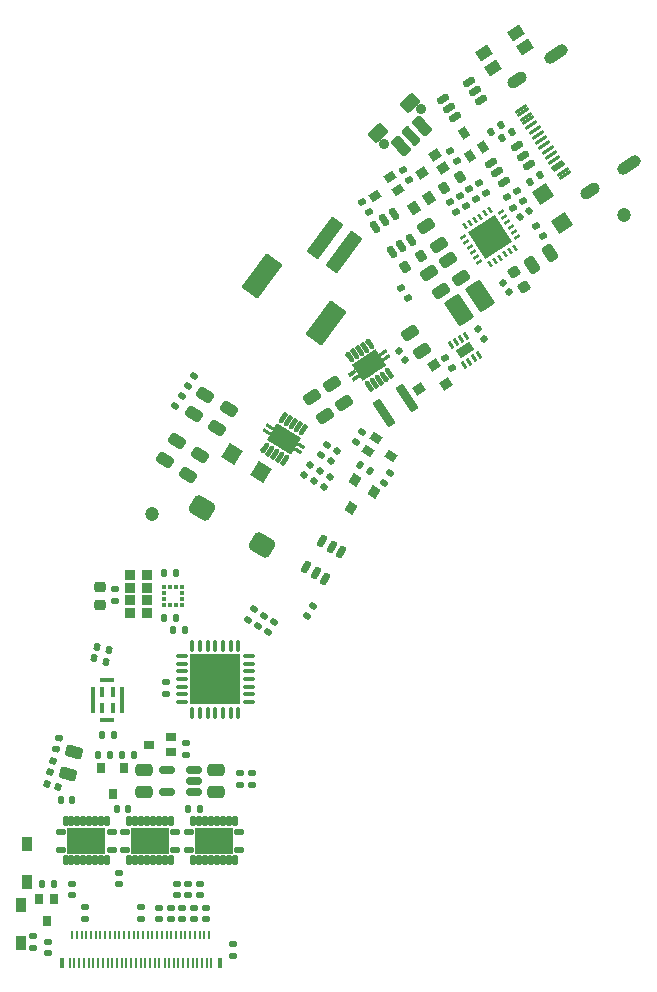
<source format=gbr>
%TF.GenerationSoftware,KiCad,Pcbnew,8.0.4*%
%TF.CreationDate,2024-09-02T19:36:39+02:00*%
%TF.ProjectId,Zoka-MainBoard,5a6f6b61-2d4d-4616-996e-426f6172642e,rev?*%
%TF.SameCoordinates,Original*%
%TF.FileFunction,Soldermask,Top*%
%TF.FilePolarity,Negative*%
%FSLAX46Y46*%
G04 Gerber Fmt 4.6, Leading zero omitted, Abs format (unit mm)*
G04 Created by KiCad (PCBNEW 8.0.4) date 2024-09-02 19:36:39*
%MOMM*%
%LPD*%
G01*
G04 APERTURE LIST*
G04 Aperture macros list*
%AMRoundRect*
0 Rectangle with rounded corners*
0 $1 Rounding radius*
0 $2 $3 $4 $5 $6 $7 $8 $9 X,Y pos of 4 corners*
0 Add a 4 corners polygon primitive as box body*
4,1,4,$2,$3,$4,$5,$6,$7,$8,$9,$2,$3,0*
0 Add four circle primitives for the rounded corners*
1,1,$1+$1,$2,$3*
1,1,$1+$1,$4,$5*
1,1,$1+$1,$6,$7*
1,1,$1+$1,$8,$9*
0 Add four rect primitives between the rounded corners*
20,1,$1+$1,$2,$3,$4,$5,0*
20,1,$1+$1,$4,$5,$6,$7,0*
20,1,$1+$1,$6,$7,$8,$9,0*
20,1,$1+$1,$8,$9,$2,$3,0*%
%AMHorizOval*
0 Thick line with rounded ends*
0 $1 width*
0 $2 $3 position (X,Y) of the first rounded end (center of the circle)*
0 $4 $5 position (X,Y) of the second rounded end (center of the circle)*
0 Add line between two ends*
20,1,$1,$2,$3,$4,$5,0*
0 Add two circle primitives to create the rounded ends*
1,1,$1,$2,$3*
1,1,$1,$4,$5*%
%AMRotRect*
0 Rectangle, with rotation*
0 The origin of the aperture is its center*
0 $1 length*
0 $2 width*
0 $3 Rotation angle, in degrees counterclockwise*
0 Add horizontal line*
21,1,$1,$2,0,0,$3*%
G04 Aperture macros list end*
%ADD10RoundRect,0.200000X-0.015587X-0.339679X0.318352X-0.119487X0.015587X0.339679X-0.318352X0.119487X0*%
%ADD11RoundRect,0.135000X-0.135000X-0.185000X0.135000X-0.185000X0.135000X0.185000X-0.135000X0.185000X0*%
%ADD12RoundRect,0.102000X-0.068383X1.284494X-1.153685X0.568869X0.068383X-1.284494X1.153685X-0.568869X0*%
%ADD13RoundRect,0.250000X-0.273574X0.461825X-0.535567X0.035962X0.273574X-0.461825X0.535567X-0.035962X0*%
%ADD14RoundRect,0.135000X-0.228762X0.010866X-0.080132X-0.214543X0.228762X-0.010866X0.080132X0.214543X0*%
%ADD15RoundRect,0.102000X-0.350000X-0.362500X0.350000X-0.362500X0.350000X0.362500X-0.350000X0.362500X0*%
%ADD16RoundRect,0.150000X-0.345419X0.251367X0.094965X-0.416511X0.345419X-0.251367X-0.094965X0.416511X0*%
%ADD17RotRect,0.700000X0.900000X33.400000*%
%ADD18RoundRect,0.135000X0.135000X0.185000X-0.135000X0.185000X-0.135000X-0.185000X0.135000X-0.185000X0*%
%ADD19RoundRect,0.102000X0.350009X-0.499994X0.349991X0.500006X-0.350009X0.499994X-0.349991X-0.500006X0*%
%ADD20RoundRect,0.250000X0.475000X-0.250000X0.475000X0.250000X-0.475000X0.250000X-0.475000X-0.250000X0*%
%ADD21RoundRect,0.250000X0.273574X-0.461825X0.535567X-0.035962X-0.273574X0.461825X-0.535567X0.035962X0*%
%ADD22RoundRect,0.150000X0.251367X0.345419X-0.416511X-0.094965X-0.251367X-0.345419X0.416511X0.094965X0*%
%ADD23RoundRect,0.140000X0.140000X0.170000X-0.140000X0.170000X-0.140000X-0.170000X0.140000X-0.170000X0*%
%ADD24RoundRect,0.250000X0.534173X0.052766X0.258933X0.470190X-0.534173X-0.052766X-0.258933X-0.470190X0*%
%ADD25RoundRect,0.140000X0.170000X-0.140000X0.170000X0.140000X-0.170000X0.140000X-0.170000X-0.140000X0*%
%ADD26RoundRect,0.135000X0.010866X0.228762X-0.214543X0.080132X-0.010866X-0.228762X0.214543X-0.080132X0*%
%ADD27RoundRect,0.135000X0.178282X0.143756X-0.082518X0.213637X-0.178282X-0.143756X0.082518X-0.213637X0*%
%ADD28RoundRect,0.135000X0.185000X-0.135000X0.185000X0.135000X-0.185000X0.135000X-0.185000X-0.135000X0*%
%ADD29RoundRect,0.050000X-0.050000X-0.385000X0.050000X-0.385000X0.050000X0.385000X-0.050000X0.385000X0*%
%ADD30RoundRect,0.050000X-0.050000X-0.275000X0.050000X-0.275000X0.050000X0.275000X-0.050000X0.275000X0*%
%ADD31RoundRect,0.100000X-0.100000X-0.350000X0.100000X-0.350000X0.100000X0.350000X-0.100000X0.350000X0*%
%ADD32RoundRect,0.135000X0.086831X-0.211921X0.228308X0.018046X-0.086831X0.211921X-0.228308X-0.018046X0*%
%ADD33RoundRect,0.075000X-0.075000X0.437500X-0.075000X-0.437500X0.075000X-0.437500X0.075000X0.437500X0*%
%ADD34RoundRect,0.075000X-0.437500X0.075000X-0.437500X-0.075000X0.437500X-0.075000X0.437500X0.075000X0*%
%ADD35R,4.250000X4.250000*%
%ADD36RoundRect,0.140000X-0.170000X0.140000X-0.170000X-0.140000X0.170000X-0.140000X0.170000X0.140000X0*%
%ADD37RoundRect,0.140000X0.218991X-0.023297X0.064857X0.210460X-0.218991X0.023297X-0.064857X-0.210460X0*%
%ADD38RoundRect,0.135000X0.228762X-0.010866X0.080132X0.214543X-0.228762X0.010866X-0.080132X-0.214543X0*%
%ADD39RoundRect,0.060000X0.158986X0.176701X-0.225044X-0.076520X-0.158986X-0.176701X0.225044X0.076520X0*%
%ADD40RoundRect,0.060000X-0.076520X0.225044X-0.176701X0.158986X0.076520X-0.225044X0.176701X-0.158986X0*%
%ADD41RotRect,2.700000X2.700000X213.400000*%
%ADD42RoundRect,0.135000X-0.086831X0.211921X-0.228308X-0.018046X0.086831X-0.211921X0.228308X0.018046X0*%
%ADD43RoundRect,0.102000X0.350000X-0.500000X0.350000X0.500000X-0.350000X0.500000X-0.350000X-0.500000X0*%
%ADD44R,0.700000X0.900000*%
%ADD45RoundRect,0.102000X1.444802X1.106818X0.641985X1.703043X-1.444802X-1.106818X-0.641985X-1.703043X0*%
%ADD46RoundRect,0.102000X1.615695X0.917621X0.411469X1.811958X-1.615695X-0.917621X-0.411469X-1.811958X0*%
%ADD47RotRect,0.850000X1.000000X213.400000*%
%ADD48RotRect,0.700000X0.900000X123.400000*%
%ADD49RoundRect,0.022200X0.379800X0.199800X-0.379800X0.199800X-0.379800X-0.199800X0.379800X-0.199800X0*%
%ADD50RoundRect,0.022200X0.199800X-0.379800X0.199800X0.379800X-0.199800X0.379800X-0.199800X-0.379800X0*%
%ADD51RoundRect,0.102000X1.525000X-1.025000X1.525000X1.025000X-1.525000X1.025000X-1.525000X-1.025000X0*%
%ADD52RoundRect,0.135000X0.143756X-0.178282X0.213637X0.082518X-0.143756X0.178282X-0.213637X-0.082518X0*%
%ADD53C,1.200000*%
%ADD54RoundRect,0.225000X-0.332570X0.050221X-0.084854X-0.325461X0.332570X-0.050221X0.084854X0.325461X0*%
%ADD55RoundRect,0.140000X-0.218991X0.023297X-0.064857X-0.210460X0.218991X-0.023297X0.064857X0.210460X0*%
%ADD56RotRect,0.900000X0.800000X213.400000*%
%ADD57RoundRect,0.250000X-0.394110X0.364421X-0.523520X-0.118542X0.394110X-0.364421X0.523520X0.118542X0*%
%ADD58R,0.350000X0.375000*%
%ADD59R,0.375000X0.350000*%
%ADD60R,0.900000X0.700000*%
%ADD61RoundRect,0.140000X0.071436X-0.208319X0.218152X0.030164X-0.071436X0.208319X-0.218152X-0.030164X0*%
%ADD62RoundRect,0.250000X-0.534173X-0.052766X-0.258933X-0.470190X0.534173X0.052766X0.258933X0.470190X0*%
%ADD63RoundRect,0.075000X-0.213996X0.188297X0.088769X-0.270869X0.213996X-0.188297X-0.088769X0.270869X0*%
%ADD64RotRect,0.800000X1.380000X303.400000*%
%ADD65RoundRect,0.140000X-0.023297X-0.218991X0.210460X-0.064857X0.023297X0.218991X-0.210460X0.064857X0*%
%ADD66RoundRect,0.225000X0.250000X-0.225000X0.250000X0.225000X-0.250000X0.225000X-0.250000X-0.225000X0*%
%ADD67RoundRect,0.250000X0.052766X-0.534173X0.470190X-0.258933X-0.052766X0.534173X-0.470190X0.258933X0*%
%ADD68RoundRect,0.150000X-0.081835X-0.419289X0.337353X0.262093X0.081835X0.419289X-0.337353X-0.262093X0*%
%ADD69RoundRect,0.200000X0.015587X0.339679X-0.318352X0.119487X-0.015587X-0.339679X0.318352X-0.119487X0*%
%ADD70RoundRect,0.140000X-0.127973X0.179229X-0.200442X-0.091230X0.127973X-0.179229X0.200442X0.091230X0*%
%ADD71RoundRect,0.070000X-0.045884X0.192600X-0.192600X-0.045884X0.045884X-0.192600X0.192600X0.045884X0*%
%ADD72HorizOval,0.420000X-0.149336X-0.242742X0.149336X0.242742X0*%
%ADD73C,0.600000*%
%ADD74RotRect,0.680000X1.050000X238.400000*%
%ADD75RotRect,0.260000X0.500000X238.400000*%
%ADD76RotRect,0.280000X0.700000X238.400000*%
%ADD77RotRect,1.650000X2.400000X238.400000*%
%ADD78RoundRect,0.140000X-0.071436X0.208319X-0.218152X-0.030164X0.071436X-0.208319X0.218152X0.030164X0*%
%ADD79RotRect,0.900000X0.800000X238.400000*%
%ADD80RoundRect,0.150000X0.512500X0.150000X-0.512500X0.150000X-0.512500X-0.150000X0.512500X-0.150000X0*%
%ADD81RoundRect,0.140000X-0.140000X-0.170000X0.140000X-0.170000X0.140000X0.170000X-0.140000X0.170000X0*%
%ADD82RotRect,1.200000X0.950000X33.400000*%
%ADD83RotRect,1.300000X1.400000X328.400000*%
%ADD84RoundRect,0.070000X0.193946X-0.039811X0.039811X0.193946X-0.193946X0.039811X-0.039811X-0.193946X0*%
%ADD85HorizOval,0.420000X-0.156887X0.237932X0.156887X-0.237932X0*%
%ADD86RotRect,0.680000X1.050000X123.400000*%
%ADD87RotRect,0.260000X0.500000X123.400000*%
%ADD88RotRect,0.280000X0.700000X123.400000*%
%ADD89RotRect,1.650000X2.400000X123.400000*%
%ADD90RotRect,0.300000X1.150000X123.400000*%
%ADD91HorizOval,1.000000X0.333939X0.220192X-0.333939X-0.220192X0*%
%ADD92HorizOval,1.000000X0.500909X0.330288X-0.500909X-0.330288X0*%
%ADD93RoundRect,0.135000X-0.211921X-0.086831X0.018046X-0.228308X0.211921X0.086831X-0.018046X0.228308X0*%
%ADD94RoundRect,0.100000X-0.862636X0.808693X0.403470X-1.111457X0.862636X-0.808693X-0.403470X1.111457X0*%
%ADD95RoundRect,0.425000X-0.267049X0.663276X-0.712437X-0.060692X0.267049X-0.663276X0.712437X0.060692X0*%
%ADD96R,0.400000X0.950000*%
%ADD97R,0.350000X2.300000*%
%ADD98R,1.300000X0.350000*%
%ADD99RoundRect,0.140000X-0.179229X-0.127973X0.091230X-0.200442X0.179229X0.127973X-0.091230X0.200442X0*%
%ADD100R,0.800000X0.900000*%
%ADD101C,0.900000*%
%ADD102RoundRect,0.102000X-0.242850X0.802589X-0.787781X0.287273X0.242850X-0.802589X0.787781X-0.287273X0*%
%ADD103RoundRect,0.102000X-0.297343X0.751057X-0.733288X0.338805X0.297343X-0.751057X0.733288X-0.338805X0*%
%ADD104RoundRect,0.102000X0.163084X0.773565X-0.781463X-0.119648X-0.163084X-0.773565X0.781463X0.119648X0*%
%ADD105RotRect,0.700000X0.900000X238.400000*%
%ADD106RotRect,1.300000X1.400000X123.400000*%
G04 APERTURE END LIST*
D10*
%TO.C,R309*%
X182576670Y-47419278D03*
X183954168Y-46510984D03*
%TD*%
D11*
%TO.C,R307*%
X155302992Y-95443456D03*
X156322992Y-95443456D03*
%TD*%
D12*
%TO.C,L302*%
X185624344Y-56605765D03*
X183854466Y-57772785D03*
%TD*%
D13*
%TO.C,C320*%
X159970496Y-68868126D03*
X158974922Y-70486408D03*
%TD*%
D14*
%TO.C,R315*%
X178948600Y-55925986D03*
X179510090Y-56777530D03*
%TD*%
D15*
%TO.C,U501*%
X156026136Y-80181627D03*
X156026136Y-81256627D03*
X156026136Y-82331627D03*
X156026136Y-83406627D03*
X157426136Y-83406627D03*
X157426136Y-82331627D03*
X157426136Y-81256627D03*
X157426136Y-80181627D03*
%TD*%
D16*
%TO.C,D301*%
X178328799Y-49651266D03*
X177535693Y-50174223D03*
X176742588Y-50697179D03*
X178173837Y-52867784D03*
X178966943Y-52344827D03*
X179760048Y-51821871D03*
%TD*%
D17*
%TO.C,Q305*%
X184816285Y-44684815D03*
X185901587Y-43969190D03*
X184313022Y-42740792D03*
%TD*%
D18*
%TO.C,R506*%
X149522984Y-106368457D03*
X148502984Y-106368457D03*
%TD*%
%TO.C,R206*%
X159888530Y-83803822D03*
X158868530Y-83803822D03*
%TD*%
D11*
%TO.C,R205*%
X159668530Y-84861956D03*
X160688530Y-84861956D03*
%TD*%
D19*
%TO.C,LED502*%
X147288015Y-106168458D03*
X147287959Y-102968458D03*
%TD*%
D20*
%TO.C,C301*%
X163300490Y-98593455D03*
X163300490Y-96693455D03*
%TD*%
D21*
%TO.C,C321*%
X161385255Y-66568470D03*
X162380829Y-64950188D03*
%TD*%
D22*
%TO.C,D501*%
X185709400Y-40004109D03*
X185186443Y-39211003D03*
X184663487Y-38417898D03*
X182492882Y-39849147D03*
X183015839Y-40642253D03*
X183538795Y-41435358D03*
%TD*%
D23*
%TO.C,C402*%
X151106143Y-99251631D03*
X150146143Y-99251631D03*
%TD*%
D20*
%TO.C,C304*%
X157209634Y-98593455D03*
X157209634Y-96693455D03*
%TD*%
D24*
%TO.C,C306*%
X180731982Y-61246748D03*
X179686068Y-59660538D03*
%TD*%
D25*
%TO.C,C407*%
X159437986Y-109303455D03*
X159437986Y-108343455D03*
%TD*%
D26*
%TO.C,R314*%
X187388006Y-42090704D03*
X186536462Y-42652194D03*
%TD*%
D23*
%TO.C,C401*%
X161892985Y-99993457D03*
X160932985Y-99993457D03*
%TD*%
D27*
%TO.C,R503*%
X154193761Y-86558627D03*
X153208517Y-86294631D03*
%TD*%
D28*
%TO.C,R507*%
X147787989Y-111803458D03*
X147787989Y-110783458D03*
%TD*%
D25*
%TO.C,C412*%
X161437985Y-109303455D03*
X161437985Y-108343455D03*
%TD*%
D29*
%TO.C,J401*%
X150890580Y-113046793D03*
D30*
X151090580Y-110636793D03*
D29*
X151290580Y-113046793D03*
D30*
X151490580Y-110636793D03*
D29*
X151690580Y-113046793D03*
D30*
X151890580Y-110636793D03*
D29*
X152090580Y-113046793D03*
D30*
X152290580Y-110636793D03*
D29*
X152490580Y-113046793D03*
D30*
X152690580Y-110636793D03*
D29*
X152890580Y-113046793D03*
D30*
X153090580Y-110636793D03*
D29*
X153290580Y-113046793D03*
D30*
X153490580Y-110636793D03*
D29*
X153690580Y-113046793D03*
D30*
X153890580Y-110636793D03*
D29*
X154090580Y-113046793D03*
D30*
X154290580Y-110636793D03*
D29*
X154490580Y-113046793D03*
D30*
X154690580Y-110636793D03*
D29*
X154890580Y-113046793D03*
D30*
X155090580Y-110636793D03*
D29*
X155290580Y-113046793D03*
D30*
X155490580Y-110636793D03*
D29*
X155690580Y-113046793D03*
D30*
X155890580Y-110636793D03*
D29*
X156090580Y-113046793D03*
D30*
X156290580Y-110636793D03*
D29*
X156490580Y-113046793D03*
D30*
X156690580Y-110636793D03*
D29*
X156890580Y-113046793D03*
D30*
X157090580Y-110636793D03*
D29*
X157290580Y-113046793D03*
D30*
X157490580Y-110636793D03*
D29*
X157690580Y-113046793D03*
D30*
X157890580Y-110636793D03*
D29*
X158100192Y-113041104D03*
D30*
X158290580Y-110636793D03*
D29*
X158490022Y-113041104D03*
D30*
X158690580Y-110636793D03*
D29*
X158915699Y-113045585D03*
D30*
X159090580Y-110636793D03*
D29*
X159290580Y-113046793D03*
D30*
X159490580Y-110636793D03*
D29*
X159690878Y-113041104D03*
D30*
X159890580Y-110636793D03*
D29*
X160090580Y-113046793D03*
D30*
X160290580Y-110636793D03*
D29*
X160483534Y-113046793D03*
D30*
X160690580Y-110636793D03*
D29*
X160890580Y-113046793D03*
D30*
X161090580Y-110636793D03*
D29*
X161287297Y-113042093D03*
D30*
X161490580Y-110636793D03*
D29*
X161690580Y-113046793D03*
D30*
X161890580Y-110636793D03*
D29*
X162090580Y-113046793D03*
D30*
X162290580Y-110636793D03*
D29*
X162490580Y-113046793D03*
D30*
X162690580Y-110636793D03*
D29*
X162890580Y-113046793D03*
D31*
X150205580Y-113046793D03*
X163575580Y-113046793D03*
%TD*%
D32*
%TO.C,R321*%
X160886197Y-64220945D03*
X161420663Y-63352183D03*
%TD*%
D33*
%TO.C,U202*%
X165176144Y-86164129D03*
X164526144Y-86164129D03*
X163876144Y-86164129D03*
X163226144Y-86164129D03*
X162576144Y-86164129D03*
X161926144Y-86164129D03*
X161276144Y-86164129D03*
D34*
X160388644Y-87051629D03*
X160388644Y-87701629D03*
X160388644Y-88351629D03*
X160388644Y-89001629D03*
X160388644Y-89651629D03*
X160388644Y-90301629D03*
X160388644Y-90951629D03*
D33*
X161276144Y-91839129D03*
X161926144Y-91839129D03*
X162576144Y-91839129D03*
X163226144Y-91839129D03*
X163876144Y-91839129D03*
X164526144Y-91839129D03*
X165176144Y-91839129D03*
D34*
X166063644Y-90951629D03*
X166063644Y-90301629D03*
X166063644Y-89651629D03*
X166063644Y-89001629D03*
X166063644Y-88351629D03*
X166063644Y-87701629D03*
X166063644Y-87051629D03*
D35*
X163226144Y-89001629D03*
%TD*%
D11*
%TO.C,R306*%
X153302989Y-95443462D03*
X154322989Y-95443462D03*
%TD*%
D36*
%TO.C,C414*%
X164737989Y-111468455D03*
X164737989Y-112428455D03*
%TD*%
D32*
%TO.C,R319*%
X172128517Y-70021886D03*
X172662983Y-69153124D03*
%TD*%
%TO.C,R202*%
X167676428Y-85016776D03*
X168210894Y-84148014D03*
%TD*%
D37*
%TO.C,C307*%
X179294187Y-62007539D03*
X178765725Y-61206085D03*
%TD*%
D25*
%TO.C,C204*%
X159076134Y-90231628D03*
X159076134Y-89271628D03*
%TD*%
D14*
%TO.C,R304*%
X187871420Y-48228217D03*
X188432910Y-49079761D03*
%TD*%
D38*
%TO.C,R301*%
X184457722Y-48945917D03*
X183896232Y-48094373D03*
%TD*%
D14*
%TO.C,R313*%
X183079110Y-44321012D03*
X183640600Y-45172556D03*
%TD*%
D39*
%TO.C,U303*%
X188771849Y-51569340D03*
X188496609Y-51151916D03*
X188221369Y-50734493D03*
X187946128Y-50317069D03*
X187670888Y-49899645D03*
X187395648Y-49482221D03*
D40*
X186477867Y-49293828D03*
X186060443Y-49569068D03*
X185643020Y-49844308D03*
X185225596Y-50119549D03*
X184808172Y-50394789D03*
X184390748Y-50670029D03*
D39*
X184202355Y-51587810D03*
X184477595Y-52005234D03*
X184752835Y-52422657D03*
X185028076Y-52840081D03*
X185303316Y-53257505D03*
X185578556Y-53674929D03*
D40*
X186496337Y-53863322D03*
X186913761Y-53588082D03*
X187331184Y-53312842D03*
X187748608Y-53037601D03*
X188166032Y-52762361D03*
X188583456Y-52487121D03*
D41*
X186487102Y-51578575D03*
%TD*%
D42*
%TO.C,R203*%
X167359169Y-83624024D03*
X166824703Y-84492786D03*
%TD*%
D14*
%TO.C,R317*%
X182664668Y-61812991D03*
X183226158Y-62664535D03*
%TD*%
%TO.C,R324*%
X190388363Y-50658716D03*
X190949853Y-51510260D03*
%TD*%
D43*
%TO.C,LED503*%
X146762983Y-111343458D03*
X146762983Y-108143458D03*
%TD*%
D44*
%TO.C,Q501*%
X149587989Y-107618459D03*
X148287989Y-107618459D03*
X148937989Y-109518459D03*
%TD*%
D32*
%TO.C,R501*%
X170958911Y-83661008D03*
X171493377Y-82792246D03*
%TD*%
D36*
%TO.C,C404*%
X161894909Y-106329399D03*
X161894909Y-107289399D03*
%TD*%
D45*
%TO.C,J301*%
X172504912Y-51634839D03*
X174110547Y-52827289D03*
D46*
X167189998Y-54849911D03*
X172568875Y-58844618D03*
%TD*%
D47*
%TO.C,RT301*%
X181309032Y-48267106D03*
X180015018Y-49120352D03*
%TD*%
D48*
%TO.C,Q306*%
X178686083Y-47559056D03*
X177970458Y-46473754D03*
X176742060Y-48062319D03*
%TD*%
D42*
%TO.C,R204*%
X166507439Y-83100041D03*
X165972973Y-83968803D03*
%TD*%
D49*
%TO.C,U402*%
X155537987Y-103443462D03*
D50*
X155937987Y-104343462D03*
X156437987Y-104343462D03*
X156937987Y-104343462D03*
X157437987Y-104343462D03*
X157937987Y-104343462D03*
X158437987Y-104343462D03*
X158937987Y-104343462D03*
X159437987Y-104343462D03*
D49*
X159837987Y-103443462D03*
D51*
X157687987Y-102693462D03*
D49*
X159837987Y-101943462D03*
D50*
X159437987Y-101043462D03*
X158937987Y-101043462D03*
X158437987Y-101043462D03*
X157937987Y-101043462D03*
X157437987Y-101043462D03*
X156937987Y-101043462D03*
X156437987Y-101043462D03*
X155937987Y-101043462D03*
D49*
X155537987Y-101943462D03*
%TD*%
D14*
%TO.C,R303*%
X188717040Y-47663974D03*
X189278530Y-48515518D03*
%TD*%
D52*
%TO.C,R201*%
X149757773Y-94938259D03*
X150021769Y-93953015D03*
%TD*%
D25*
%TO.C,C409*%
X156962987Y-109298457D03*
X156962987Y-108338457D03*
%TD*%
D21*
%TO.C,C322*%
X163344223Y-67773635D03*
X164339797Y-66155353D03*
%TD*%
D22*
%TO.C,D201*%
X189797724Y-45472749D03*
X189274767Y-44679643D03*
X188751811Y-43886538D03*
X186581206Y-45317787D03*
X187104163Y-46110893D03*
X187627119Y-46903998D03*
%TD*%
D53*
%TO.C,H101*%
X157833956Y-75041091D03*
%TD*%
D54*
%TO.C,C310*%
X188509431Y-54509349D03*
X189362677Y-55803363D03*
%TD*%
D55*
%TO.C,C308*%
X187558992Y-55429514D03*
X188087454Y-56230968D03*
%TD*%
D56*
%TO.C,Q307*%
X182783990Y-63992209D03*
X181738077Y-62405998D03*
X180424368Y-64410161D03*
%TD*%
D57*
%TO.C,C202*%
X151240838Y-95204069D03*
X150749082Y-97039329D03*
%TD*%
D58*
%TO.C,U503*%
X158901139Y-82719130D03*
X159401139Y-82719130D03*
X159901139Y-82719130D03*
X160401139Y-82719130D03*
D59*
X160413639Y-82206630D03*
X160413639Y-81706630D03*
D58*
X160401139Y-81194130D03*
X159901139Y-81194130D03*
X159401139Y-81194130D03*
X158901139Y-81194130D03*
D59*
X158888639Y-81706630D03*
X158888639Y-82206630D03*
%TD*%
D25*
%TO.C,C408*%
X152162985Y-109298455D03*
X152162985Y-108338455D03*
%TD*%
D60*
%TO.C,Q301*%
X159462986Y-95193462D03*
X159462986Y-93893462D03*
X157562986Y-94543462D03*
%TD*%
D61*
%TO.C,C317*%
X170701884Y-71691978D03*
X171204910Y-70874320D03*
%TD*%
D62*
%TO.C,C312*%
X182955052Y-53488303D03*
X184000966Y-55074513D03*
%TD*%
D36*
%TO.C,C413*%
X149037989Y-111263465D03*
X149037989Y-112223465D03*
%TD*%
D63*
%TO.C,U302*%
X184441315Y-59916230D03*
X184023891Y-60191471D03*
X183606467Y-60466711D03*
X183189043Y-60741951D03*
X184276243Y-62390776D03*
X184693667Y-62115535D03*
X185111091Y-61840295D03*
X185528515Y-61565055D03*
D64*
X184358779Y-61153503D03*
%TD*%
D65*
%TO.C,C302*%
X188994584Y-49895255D03*
X189796038Y-49366793D03*
%TD*%
D66*
%TO.C,C501*%
X153426134Y-82726628D03*
X153426134Y-81176628D03*
%TD*%
D67*
%TO.C,C303*%
X189990606Y-53939956D03*
X191576816Y-52894042D03*
%TD*%
D27*
%TO.C,R502*%
X153934946Y-87524550D03*
X152949702Y-87260554D03*
%TD*%
D68*
%TO.C,D502*%
X170894320Y-79499900D03*
X171703460Y-79997687D03*
X172512601Y-80495474D03*
X173874964Y-78280984D03*
X173065824Y-77783197D03*
X172256683Y-77285410D03*
%TD*%
D69*
%TO.C,F301*%
X180619940Y-53171392D03*
X179242442Y-54079686D03*
%TD*%
D24*
%TO.C,C311*%
X174144121Y-65630825D03*
X173098207Y-64044615D03*
%TD*%
D14*
%TO.C,R302*%
X185565929Y-46993416D03*
X186127419Y-47844960D03*
%TD*%
D26*
%TO.C,R208*%
X188326687Y-42669580D03*
X187475143Y-43231070D03*
%TD*%
D70*
%TO.C,C203*%
X149484033Y-95945346D03*
X149235567Y-96872634D03*
%TD*%
D38*
%TO.C,R316*%
X179652573Y-46754076D03*
X179091083Y-45902532D03*
%TD*%
%TO.C,R318*%
X176191177Y-49497614D03*
X175629687Y-48646070D03*
%TD*%
D32*
%TO.C,R312*%
X177484722Y-72381923D03*
X178019188Y-71513161D03*
%TD*%
D28*
%TO.C,R504*%
X165312985Y-97978455D03*
X165312985Y-96958455D03*
%TD*%
D71*
%TO.C,U305*%
X170814042Y-67692772D03*
D72*
X170664706Y-67935514D03*
D71*
X170388179Y-67430779D03*
D72*
X170238843Y-67673521D03*
D71*
X169962315Y-67168786D03*
D72*
X169812979Y-67411528D03*
D71*
X169536452Y-66906793D03*
D72*
X169387116Y-67149535D03*
D71*
X169110588Y-66644800D03*
D72*
X168961252Y-66887542D03*
X167415494Y-69400136D03*
D71*
X167266158Y-69642878D03*
D72*
X167841357Y-69662129D03*
D71*
X167692021Y-69904871D03*
D72*
X168267221Y-69924122D03*
D71*
X168117885Y-70166864D03*
D72*
X168693084Y-70186115D03*
D71*
X168543748Y-70428857D03*
D72*
X169118948Y-70448108D03*
D71*
X168969612Y-70690850D03*
D73*
X169940888Y-68634951D03*
X168663298Y-67848972D03*
D74*
X169816740Y-68617279D03*
X168735047Y-67951817D03*
D75*
X170559411Y-69308990D03*
D76*
X170491273Y-69267071D03*
X167850920Y-67642715D03*
D75*
X167782782Y-67600796D03*
D73*
X169040100Y-68667825D03*
D77*
X169040100Y-68667825D03*
D75*
X170297418Y-69734854D03*
D76*
X170229280Y-69692935D03*
X167588927Y-68068579D03*
D75*
X167520789Y-68026660D03*
D74*
X169345153Y-69383833D03*
X168263460Y-68718371D03*
D73*
X169416902Y-69486678D03*
X168139312Y-68700699D03*
%TD*%
D78*
%TO.C,C318*%
X173498990Y-69702663D03*
X172995964Y-70520321D03*
%TD*%
D79*
%TO.C,Q304*%
X176667573Y-73166979D03*
X175049292Y-72171406D03*
X174705664Y-74542992D03*
%TD*%
D80*
%TO.C,U301*%
X161400489Y-98593456D03*
X161400489Y-97643456D03*
X161400489Y-96693456D03*
X159125489Y-96693456D03*
X159125489Y-98593456D03*
%TD*%
D23*
%TO.C,C403*%
X155858530Y-99993457D03*
X154898530Y-99993457D03*
%TD*%
D49*
%TO.C,U401*%
X160962989Y-103444321D03*
D50*
X161362989Y-104344321D03*
X161862989Y-104344321D03*
X162362989Y-104344321D03*
X162862989Y-104344321D03*
X163362989Y-104344321D03*
X163862989Y-104344321D03*
X164362989Y-104344321D03*
X164862989Y-104344321D03*
D49*
X165262989Y-103444321D03*
D51*
X163112989Y-102694321D03*
D49*
X165262989Y-101944321D03*
D50*
X164862989Y-101044321D03*
X164362989Y-101044321D03*
X163862989Y-101044321D03*
X163362989Y-101044321D03*
X162862989Y-101044321D03*
X162362989Y-101044321D03*
X161862989Y-101044321D03*
X161362989Y-101044321D03*
D49*
X160962989Y-101944321D03*
%TD*%
%TO.C,U403*%
X150137986Y-103443457D03*
D50*
X150537986Y-104343457D03*
X151037986Y-104343457D03*
X151537986Y-104343457D03*
X152037986Y-104343457D03*
X152537986Y-104343457D03*
X153037986Y-104343457D03*
X153537986Y-104343457D03*
X154037986Y-104343457D03*
D49*
X154437986Y-103443457D03*
D51*
X152287986Y-102693457D03*
D49*
X154437986Y-101943457D03*
D50*
X154037986Y-101043457D03*
X153537986Y-101043457D03*
X153037986Y-101043457D03*
X152537986Y-101043457D03*
X152037986Y-101043457D03*
X151537986Y-101043457D03*
X151037986Y-101043457D03*
X150537986Y-101043457D03*
D49*
X150137986Y-101943457D03*
%TD*%
D25*
%TO.C,C415*%
X160937982Y-107303460D03*
X160937982Y-106343460D03*
%TD*%
D38*
%TO.C,R308*%
X183622881Y-49496401D03*
X183061391Y-48644857D03*
%TD*%
D24*
%TO.C,C313*%
X172474424Y-66731783D03*
X171428510Y-65145573D03*
%TD*%
D26*
%TO.C,R207*%
X190725371Y-46363786D03*
X189873827Y-46925276D03*
%TD*%
D81*
%TO.C,C503*%
X158908457Y-80025623D03*
X159868457Y-80025623D03*
%TD*%
D82*
%TO.C,LED201*%
X186760806Y-37233844D03*
X185962609Y-36023314D03*
X188634122Y-34261776D03*
X189432319Y-35472306D03*
%TD*%
D83*
%TO.C,D303*%
X164599790Y-69930271D03*
X167069798Y-71449831D03*
%TD*%
D36*
%TO.C,C406*%
X151062985Y-106363456D03*
X151062985Y-107323456D03*
%TD*%
D28*
%TO.C,R505*%
X166312987Y-97976694D03*
X166312987Y-96956694D03*
%TD*%
D61*
%TO.C,C316*%
X172405337Y-72739948D03*
X172908363Y-71922290D03*
%TD*%
D84*
%TO.C,U304*%
X176386890Y-64463422D03*
D85*
X176230003Y-64225490D03*
D84*
X176804314Y-64188182D03*
D85*
X176647427Y-63950250D03*
D84*
X177221738Y-63912941D03*
D85*
X177064851Y-63675010D03*
D84*
X177639162Y-63637701D03*
D85*
X177482275Y-63399769D03*
D84*
X178056586Y-63362460D03*
D85*
X177899699Y-63124529D03*
X176275781Y-60661728D03*
D84*
X176118894Y-60423796D03*
D85*
X175858357Y-60936968D03*
D84*
X175701470Y-60699036D03*
D85*
X175440933Y-61212208D03*
D84*
X175284046Y-60974277D03*
D85*
X175023509Y-61487449D03*
D84*
X174866622Y-61249517D03*
D85*
X174606085Y-61762689D03*
D84*
X174449198Y-61524758D03*
D73*
X175901996Y-63273893D03*
X177154268Y-62448172D03*
D86*
X175970480Y-63168846D03*
X177030737Y-62469735D03*
D87*
X175029710Y-63549605D03*
D88*
X175096498Y-63505566D03*
X177684526Y-61799076D03*
D87*
X177751314Y-61755037D03*
D73*
X176252892Y-62443609D03*
D89*
X176252892Y-62443609D03*
D87*
X174754470Y-63132181D03*
D88*
X174821258Y-63088142D03*
X177409286Y-61381652D03*
D87*
X177476074Y-61337613D03*
D86*
X175475047Y-62417483D03*
X176535304Y-61718372D03*
D73*
X175351516Y-62439046D03*
X176603788Y-61613325D03*
%TD*%
D55*
%TO.C,C305*%
X185441897Y-59385232D03*
X185970359Y-60186686D03*
%TD*%
D23*
%TO.C,C502*%
X154606142Y-93701628D03*
X153646142Y-93701628D03*
%TD*%
D90*
%TO.C,J201*%
X192787839Y-46356146D03*
X192347455Y-45688268D03*
X191631830Y-44602966D03*
X191081349Y-43768118D03*
X190806109Y-43350694D03*
X190255628Y-42515846D03*
X189540003Y-41430544D03*
X189099618Y-40762666D03*
X189264763Y-41013120D03*
X189705147Y-41680998D03*
X189980388Y-42098422D03*
X190530868Y-42933270D03*
X191356589Y-44185542D03*
X191907070Y-45020390D03*
X192182310Y-45437814D03*
X192622695Y-46105692D03*
D91*
X194930718Y-47662237D03*
D92*
X198270109Y-45460314D03*
D91*
X188743314Y-38278547D03*
D92*
X192082706Y-36076624D03*
%TD*%
D25*
%TO.C,C416*%
X160437978Y-109303460D03*
X160437978Y-108343460D03*
%TD*%
%TO.C,C410*%
X158437990Y-109303453D03*
X158437990Y-108343453D03*
%TD*%
%TO.C,C411*%
X162437984Y-109303462D03*
X162437984Y-108343462D03*
%TD*%
D53*
%TO.C,H103*%
X197826506Y-49701445D03*
%TD*%
D13*
%TO.C,C319*%
X161929468Y-70073296D03*
X160933894Y-71691578D03*
%TD*%
D24*
%TO.C,C309*%
X182129325Y-52236026D03*
X181083411Y-50649816D03*
%TD*%
D28*
%TO.C,R305*%
X160712986Y-95453456D03*
X160712986Y-94433456D03*
%TD*%
D32*
%TO.C,R320*%
X159838225Y-65924401D03*
X160372691Y-65055639D03*
%TD*%
D93*
%TO.C,R311*%
X175463432Y-70866590D03*
X176332194Y-71401056D03*
%TD*%
D25*
%TO.C,C504*%
X154726145Y-82356627D03*
X154726145Y-81396627D03*
%TD*%
D36*
%TO.C,C405*%
X155076139Y-105421633D03*
X155076139Y-106381633D03*
%TD*%
D94*
%TO.C,L301*%
X179413201Y-65210960D03*
X177534793Y-66449542D03*
%TD*%
D25*
%TO.C,C417*%
X159937985Y-107303454D03*
X159937985Y-106343454D03*
%TD*%
D61*
%TO.C,C315*%
X171553613Y-72215966D03*
X172056639Y-71398308D03*
%TD*%
D62*
%TO.C,C314*%
X181285346Y-54589266D03*
X182331260Y-56175476D03*
%TD*%
D95*
%TO.C,L303*%
X167193170Y-77640414D03*
X162082808Y-74496498D03*
%TD*%
D96*
%TO.C,U502*%
X154526141Y-91451629D03*
X154526141Y-90101629D03*
X153626141Y-90101629D03*
X153626141Y-91451629D03*
D97*
X155301141Y-90776629D03*
D98*
X154076141Y-92501629D03*
X154076141Y-89051629D03*
D97*
X152851141Y-90776629D03*
%TD*%
D56*
%TO.C,D302*%
X182498535Y-45733958D03*
X181782910Y-44648656D03*
X180742352Y-46113363D03*
%TD*%
D42*
%TO.C,R310*%
X175650085Y-68077961D03*
X175115619Y-68946723D03*
%TD*%
D99*
%TO.C,C201*%
X148987232Y-97870015D03*
X149914520Y-98118481D03*
%TD*%
D38*
%TO.C,R323*%
X185292568Y-48395444D03*
X184731078Y-47543900D03*
%TD*%
D100*
%TO.C,Q302*%
X155462984Y-96543460D03*
X153562984Y-96543460D03*
X154512984Y-98743460D03*
%TD*%
D101*
%TO.C,SW501*%
X180627296Y-40765425D03*
X177539354Y-43685547D03*
D102*
X180694821Y-42146707D03*
X178914713Y-43830072D03*
D103*
X179804767Y-42988389D03*
D104*
X179706046Y-40191471D03*
X177017720Y-42733694D03*
%TD*%
D105*
%TO.C,Q303*%
X176801195Y-68592401D03*
X176120014Y-69699646D03*
X178078886Y-70141597D03*
%TD*%
D106*
%TO.C,D202*%
X192564415Y-50386211D03*
X190968021Y-47965153D03*
%TD*%
M02*

</source>
